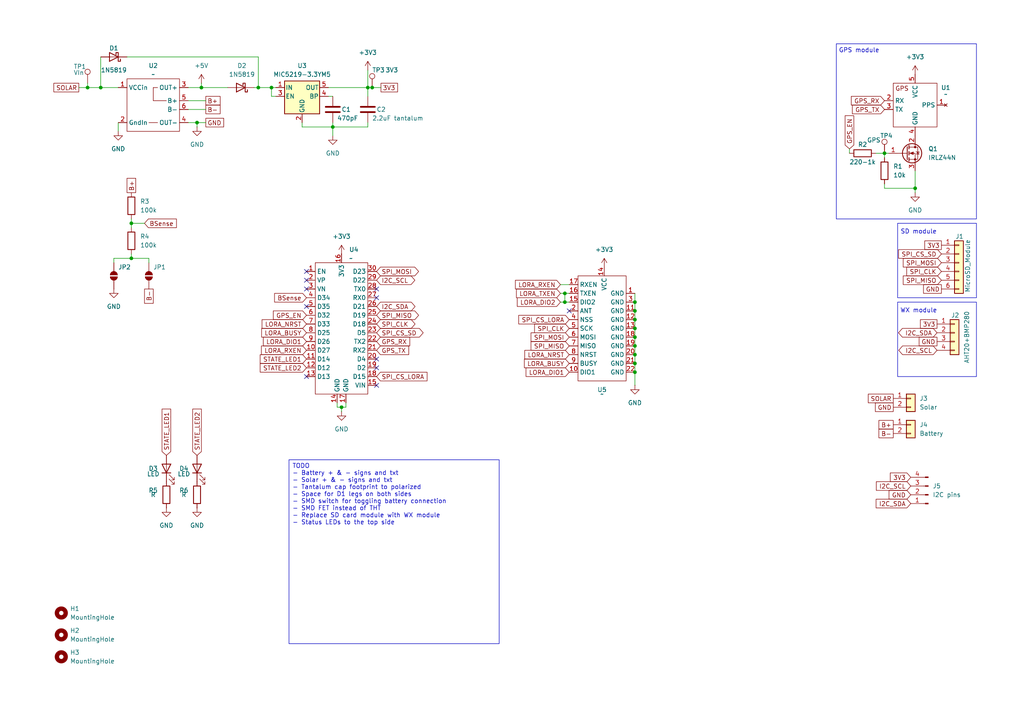
<source format=kicad_sch>
(kicad_sch (version 20231120) (generator "eeschema") (generator_version "8.0")
  (paper "A4")
  (lib_symbols
    (symbol "Connector:Conn_01x04_Pin" (pin_names (offset 1.016) hide)
      (property "Reference" "J" (at 0 5.08 0))
      (property "Value" "Conn_01x04_Pin" (at 0 -7.62 0))
      (symbol "Conn_01x04_Pin_1_1"
        (polyline (pts (xy 1.27 -5.08) (xy 0.8636 -5.08)) (stroke (width 0.1524)))
        (polyline (pts (xy 1.27 -2.54) (xy 0.8636 -2.54)) (stroke (width 0.1524)))
        (polyline (pts (xy 1.27 0) (xy 0.8636 0)) (stroke (width 0.1524)))
        (polyline (pts (xy 1.27 2.54) (xy 0.8636 2.54)) (stroke (width 0.1524)))
        (rectangle (start 0.8636 -4.953) (end 0 -5.207) (stroke (width 0.1524)) (fill (type outline)))
        (rectangle (start 0.8636 -2.413) (end 0 -2.667) (stroke (width 0.1524)) (fill (type outline)))
        (rectangle (start 0.8636 0.127) (end 0 -0.127) (stroke (width 0.1524)) (fill (type outline)))
        (rectangle (start 0.8636 2.667) (end 0 2.413) (stroke (width 0.1524)) (fill (type outline)))
        (pin passive line (at 5.08 2.54 180) (length 3.81) (name "Pin_1") (number "1"))
        (pin passive line (at 5.08 0 180) (length 3.81) (name "Pin_2") (number "2"))
        (pin passive line (at 5.08 -2.54 180) (length 3.81) (name "Pin_3") (number "3"))
        (pin passive line (at 5.08 -5.08 180) (length 3.81) (name "Pin_4") (number "4"))
      )
    )
    (symbol "Connector:TestPoint" (pin_numbers hide) (pin_names (offset 0.762) hide)
      (property "Reference" "TP" (at 0 6.858 0))
      (property "Value" "TestPoint" (at 0 5.08 0))
      (symbol "TestPoint_0_1"
        (circle (center 0 3.302) (radius 0.762))
      )
      (symbol "TestPoint_1_1"
        (pin passive line (at 0 0 90) (length 2.54) (name "1") (number "1"))
      )
    )
    (symbol "Connector_Generic:Conn_01x02" (pin_names (offset 1.016) hide)
      (property "Reference" "J" (at 0 2.54 0))
      (property "Value" "Conn_01x02" (at 0 -5.08 0))
      (symbol "Conn_01x02_1_1"
        (rectangle (start -1.27 -2.413) (end 0 -2.667) (stroke (width 0.1524)))
        (rectangle (start -1.27 0.127) (end 0 -0.127) (stroke (width 0.1524)))
        (rectangle (start -1.27 1.27) (end 1.27 -3.81) (stroke (width 0.254)) (fill (type background)))
        (pin passive line (at -5.08 0 0) (length 3.81) (name "Pin_1") (number "1"))
        (pin passive line (at -5.08 -2.54 0) (length 3.81) (name "Pin_2") (number "2"))
      )
    )
    (symbol "CustomSymbols:AHT20+BMP280" (pin_names (offset 1.016) hide)
      (property "Reference" "J" (at 0 6.35 0))
      (property "Value" "AHT20+BMP280" (at 3.048 0 90))
      (symbol "AHT20+BMP280_1_1"
        (rectangle (start -1.27 -3.683) (end 0 -3.937) (stroke (width 0.1524)))
        (rectangle (start -1.27 -1.143) (end 0 -1.397) (stroke (width 0.1524)))
        (rectangle (start -1.27 1.397) (end 0 1.143) (stroke (width 0.1524)))
        (rectangle (start -1.27 3.937) (end 0 3.683) (stroke (width 0.1524)))
        (rectangle (start -1.27 5.08) (end 1.27 -5.08) (stroke (width 0.254)) (fill (type background)))
        (pin passive line (at -5.08 3.81 0) (length 3.81) (name "Pin_1") (number "1"))
        (pin passive line (at -5.08 1.27 0) (length 3.81) (name "Pin_2") (number "2"))
        (pin passive line (at -5.08 -1.27 0) (length 3.81) (name "Pin_3") (number "3"))
        (pin passive line (at -5.08 -3.81 0) (length 3.81) (name "Pin_4") (number "4"))
      )
    )
    (symbol "CustomSymbols:EBYTE_900M22S"
      (property "Reference" "U" (at 0 0 0))
      (symbol "EBYTE_900M22S_0_1"
        (rectangle (start -7.62 10.16) (end 6.35 -20.32))
      )
      (symbol "EBYTE_900M22S_1_1"
        (pin passive line (at 8.89 5.08 180) (length 2.54) (name "GND") (number "1"))
        (pin passive line (at -10.16 -17.78 0) (length 2.54) (name "DIO1") (number "10"))
        (pin passive line (at 8.89 0 180) (length 2.54) (name "GND") (number "11"))
        (pin passive line (at 8.89 -2.54 180) (length 2.54) (name "GND") (number "12"))
        (pin passive line (at 8.89 -5.08 180) (length 2.54) (name "GND") (number "13"))
        (pin passive line (at 0 12.7 270) (length 2.54) (name "VCC") (number "14"))
        (pin passive line (at -10.16 2.54 0) (length 2.54) (name "DIO2") (number "15"))
        (pin passive line (at -10.16 5.08 0) (length 2.54) (name "TXEN") (number "16"))
        (pin passive line (at -10.16 7.62 0) (length 2.54) (name "RXEN") (number "17"))
        (pin passive line (at 8.89 -7.62 180) (length 2.54) (name "GND") (number "18"))
        (pin passive line (at 8.89 -10.16 180) (length 2.54) (name "GND") (number "19"))
        (pin passive line (at -10.16 0 0) (length 2.54) (name "ANT") (number "2"))
        (pin passive line (at 8.89 -12.7 180) (length 2.54) (name "GND") (number "20"))
        (pin passive line (at 8.89 -15.24 180) (length 2.54) (name "GND") (number "21"))
        (pin passive line (at 8.89 -17.78 180) (length 2.54) (name "GND") (number "22"))
        (pin passive line (at 8.89 2.54 180) (length 2.54) (name "GND") (number "3"))
        (pin passive line (at -10.16 -2.54 0) (length 2.54) (name "NSS") (number "4"))
        (pin passive line (at -10.16 -5.08 0) (length 2.54) (name "SCK") (number "5"))
        (pin passive line (at -10.16 -7.62 0) (length 2.54) (name "MOSI") (number "6"))
        (pin passive line (at -10.16 -10.16 0) (length 2.54) (name "MISO") (number "7"))
        (pin passive line (at -10.16 -12.7 0) (length 2.54) (name "NRST") (number "8"))
        (pin passive line (at -10.16 -15.24 0) (length 2.54) (name "BUSY") (number "9"))
      )
    )
    (symbol "CustomSymbols:GPS+BD5_module"
      (property "Reference" "U" (at 0 0 0))
      (symbol "GPS+BD5_module_0_1"
        (rectangle (start -6.35 6.35) (end 6.35 -6.35))
      )
      (symbol "GPS+BD5_module_1_1"
        (text "GPS" (at -3.81 4.826 0) (effects (font (size 1.27 1.27))))
        (pin no_connect line (at 8.89 0 180) (length 2.54) (name "PPS") (number "1"))
        (pin input line (at -8.89 1.27 0) (length 2.54) (name "RX") (number "2"))
        (pin output line (at -8.89 -1.27 0) (length 2.54) (name "TX") (number "3"))
        (pin power_out line (at 0 -8.89 90) (length 2.54) (name "GND") (number "4"))
        (pin power_in line (at 0 8.89 270) (length 2.54) (name "VCC") (number "5"))
      )
    )
    (symbol "CustomSymbols:MicroSD_Module" (pin_names (offset 1.016) hide)
      (property "Reference" "J" (at 0 7.62 0))
      (property "Value" "MicroSD_Module" (at 0 -10.16 0))
      (symbol "MicroSD_Module_1_1"
        (rectangle (start -1.27 -7.493) (end 0 -7.747) (stroke (width 0.1524)))
        (rectangle (start -1.27 -4.953) (end 0 -5.207) (stroke (width 0.1524)))
        (rectangle (start -1.27 -2.413) (end 0 -2.667) (stroke (width 0.1524)))
        (rectangle (start -1.27 0.127) (end 0 -0.127) (stroke (width 0.1524)))
        (rectangle (start -1.27 2.667) (end 0 2.413) (stroke (width 0.1524)))
        (rectangle (start -1.27 5.207) (end 0 4.953) (stroke (width 0.1524)))
        (rectangle (start -1.27 6.35) (end 1.27 -8.89) (stroke (width 0.254)) (fill (type background)))
        (pin passive line (at -5.08 5.08 0) (length 3.81) (name "Pin_1") (number "1"))
        (pin passive line (at -5.08 2.54 0) (length 3.81) (name "Pin_2") (number "2"))
        (pin passive line (at -5.08 0 0) (length 3.81) (name "Pin_3") (number "3"))
        (pin passive line (at -5.08 -2.54 0) (length 3.81) (name "Pin_4") (number "4"))
        (pin passive line (at -5.08 -5.08 0) (length 3.81) (name "Pin_5") (number "5"))
        (pin passive line (at -5.08 -7.62 0) (length 3.81) (name "Pin_6") (number "6"))
      )
    )
    (symbol "CustomSymbols:TP4056"
      (property "Reference" "U" (at 0 0 0))
      (symbol "TP4056_0_1"
        (rectangle (start -7.62 7.62) (end 7.62 -7.62))
        (polyline (pts (xy 0 5.08) (xy 1.27 5.08)))
        (polyline (pts (xy 1.27 -5.08) (xy -1.27 -5.08)))
        (polyline (pts (xy 0 5.08) (xy 0 1.27) (xy 3.81 1.27)))
      )
      (symbol "TP4056_1_1"
        (pin passive line (at -10.16 5.08 0) (length 2.54) (name "VCCin") (number "1"))
        (pin passive line (at -10.16 -5.08 0) (length 2.54) (name "GndIn") (number "2"))
        (pin passive line (at 10.16 5.08 180) (length 2.54) (name "OUT+") (number "3"))
        (pin passive line (at 10.16 -5.08 180) (length 2.54) (name "OUT-") (number "4"))
        (pin passive line (at 10.16 1.27 180) (length 2.54) (name "B+") (number "5"))
        (pin passive line (at 10.16 -1.27 180) (length 2.54) (name "B-") (number "6"))
      )
    )
    (symbol "CustomSymbols:WROOM-32-Module"
      (property "Reference" "U" (at 0 0 0))
      (symbol "WROOM-32-Module_0_1"
        (rectangle (start -7.62 19.05) (end 7.62 -19.05))
      )
      (symbol "WROOM-32-Module_1_1"
        (pin passive line (at -10.16 16.51 0) (length 2.54) (name "EN") (number "1"))
        (pin passive line (at -10.16 -6.35 0) (length 2.54) (name "D27") (number "10"))
        (pin passive line (at -10.16 -8.89 0) (length 2.54) (name "D14") (number "11"))
        (pin passive line (at -10.16 -11.43 0) (length 2.54) (name "D12") (number "12"))
        (pin passive line (at -10.16 -13.97 0) (length 2.54) (name "D13") (number "13"))
        (pin passive line (at -1.27 -21.59 90) (length 2.54) (name "GND") (number "14"))
        (pin passive line (at 10.16 -16.51 180) (length 2.54) (name "VIN") (number "15"))
        (pin passive line (at 0 21.59 270) (length 2.54) (name "3V3") (number "16"))
        (pin passive line (at 1.27 -21.59 90) (length 2.54) (name "GND") (number "17"))
        (pin passive line (at 10.16 -13.97 180) (length 2.54) (name "D15") (number "18"))
        (pin passive line (at 10.16 -11.43 180) (length 2.54) (name "D2") (number "19"))
        (pin passive line (at -10.16 13.97 0) (length 2.54) (name "VP") (number "2"))
        (pin passive line (at 10.16 -8.89 180) (length 2.54) (name "D4") (number "20"))
        (pin passive line (at 10.16 -6.35 180) (length 2.54) (name "RX2") (number "21"))
        (pin passive line (at 10.16 -3.81 180) (length 2.54) (name "TX2") (number "22"))
        (pin passive line (at 10.16 -1.27 180) (length 2.54) (name "D5") (number "23"))
        (pin passive line (at 10.16 1.27 180) (length 2.54) (name "D18") (number "24"))
        (pin passive line (at 10.16 3.81 180) (length 2.54) (name "D19") (number "25"))
        (pin passive line (at 10.16 6.35 180) (length 2.54) (name "D21") (number "26"))
        (pin passive line (at 10.16 8.89 180) (length 2.54) (name "RX0") (number "27"))
        (pin passive line (at 10.16 11.43 180) (length 2.54) (name "TX0") (number "28"))
        (pin passive line (at 10.16 13.97 180) (length 2.54) (name "D22") (number "29"))
        (pin passive line (at -10.16 11.43 0) (length 2.54) (name "VN") (number "3"))
        (pin passive line (at 10.16 16.51 180) (length 2.54) (name "D23") (number "30"))
        (pin passive line (at -10.16 8.89 0) (length 2.54) (name "D34") (number "4"))
        (pin passive line (at -10.16 6.35 0) (length 2.54) (name "D35") (number "5"))
        (pin passive line (at -10.16 3.81 0) (length 2.54) (name "D32") (number "6"))
        (pin passive line (at -10.16 1.27 0) (length 2.54) (name "D33") (number "7"))
        (pin passive line (at -10.16 -1.27 0) (length 2.54) (name "D25") (number "8"))
        (pin passive line (at -10.16 -3.81 0) (length 2.54) (name "D26") (number "9"))
      )
    )
    (symbol "Device:C" (pin_numbers hide) (pin_names (offset 0.254))
      (property "Reference" "C" (at 0.635 2.54 0))
      (property "Value" "C" (at 0.635 -2.54 0))
      (symbol "C_0_1"
        (polyline (pts (xy -2.032 -0.762) (xy 2.032 -0.762)) (stroke (width 0.508)))
        (polyline (pts (xy -2.032 0.762) (xy 2.032 0.762)) (stroke (width 0.508)))
      )
      (symbol "C_1_1"
        (pin passive line (at 0 3.81 270) (length 2.794) (name "~") (number "1"))
        (pin passive line (at 0 -3.81 90) (length 2.794) (name "~") (number "2"))
      )
    )
    (symbol "Device:LED" (pin_numbers hide) (pin_names (offset 1.016) hide)
      (property "Reference" "D" (at 0 2.54 0))
      (property "Value" "LED" (at 0 -2.54 0))
      (symbol "LED_0_1"
        (polyline (pts (xy -1.27 -1.27) (xy -1.27 1.27)) (stroke (width 0.254)))
        (polyline (pts (xy -1.27 0) (xy 1.27 0)))
        (polyline (pts (xy 1.27 -1.27) (xy 1.27 1.27) (xy -1.27 0) (xy 1.27 -1.27)) (stroke (width 0.254)))
        (polyline (pts (xy -3.048 -0.762) (xy -4.572 -2.286) (xy -3.81 -2.286) (xy -4.572 -2.286) (xy -4.572 -1.524)))
        (polyline (pts (xy -1.778 -0.762) (xy -3.302 -2.286) (xy -2.54 -2.286) (xy -3.302 -2.286) (xy -3.302 -1.524)))
      )
      (symbol "LED_1_1"
        (pin passive line (at -3.81 0 0) (length 2.54) (name "K") (number "1"))
        (pin passive line (at 3.81 0 180) (length 2.54) (name "A") (number "2"))
      )
    )
    (symbol "Device:R" (pin_numbers hide) (pin_names (offset 0))
      (property "Reference" "R" (at 2.032 0 90))
      (property "Value" "R" (at 0 0 90))
      (symbol "R_0_1"
        (rectangle (start -1.016 -2.54) (end 1.016 2.54) (stroke (width 0.254)))
      )
      (symbol "R_1_1"
        (pin passive line (at 0 3.81 270) (length 1.27) (name "~") (number "1"))
        (pin passive line (at 0 -3.81 90) (length 1.27) (name "~") (number "2"))
      )
    )
    (symbol "Diode:1N5819" (pin_numbers hide) (pin_names (offset 1.016) hide)
      (property "Reference" "D" (at 0 2.54 0))
      (property "Value" "1N5819" (at 0 -2.54 0))
      (symbol "1N5819_0_1"
        (polyline (pts (xy 1.27 0) (xy -1.27 0)))
        (polyline (pts (xy 1.27 1.27) (xy 1.27 -1.27) (xy -1.27 0) (xy 1.27 1.27)) (stroke (width 0.254)))
        (polyline (pts (xy -1.905 0.635) (xy -1.905 1.27) (xy -1.27 1.27) (xy -1.27 -1.27) (xy -0.635 -1.27) (xy -0.635 -0.635)) (stroke (width 0.254)))
      )
      (symbol "1N5819_1_1"
        (pin passive line (at -3.81 0 0) (length 2.54) (name "K") (number "1"))
        (pin passive line (at 3.81 0 180) (length 2.54) (name "A") (number "2"))
      )
    )
    (symbol "Jumper:SolderJumper_2_Open" (pin_numbers hide) (pin_names (offset 0) hide) (exclude_from_sim yes) (in_bom no)
      (property "Reference" "JP" (at 0 2.032 0))
      (property "Value" "SolderJumper_2_Open" (at 0 -2.54 0))
      (symbol "SolderJumper_2_Open_0_1"
        (arc (start -0.254 1.016) (mid -1.2656 0) (end -0.254 -1.016))
        (arc (start -0.254 1.016) (mid -1.2656 0) (end -0.254 -1.016) (fill (type outline)))
        (polyline (pts (xy -0.254 1.016) (xy -0.254 -1.016)))
        (polyline (pts (xy 0.254 1.016) (xy 0.254 -1.016)))
        (arc (start 0.254 -1.016) (mid 1.2656 0) (end 0.254 1.016))
        (arc (start 0.254 -1.016) (mid 1.2656 0) (end 0.254 1.016) (fill (type outline)))
      )
      (symbol "SolderJumper_2_Open_1_1"
        (pin passive line (at -3.81 0 0) (length 2.54) (name "A") (number "1"))
        (pin passive line (at 3.81 0 180) (length 2.54) (name "B") (number "2"))
      )
    )
    (symbol "Mechanical:MountingHole" (pin_names (offset 1.016)) (exclude_from_sim yes) (in_bom no)
      (property "Reference" "H" (at 0 5.08 0))
      (property "Value" "MountingHole" (at 0 3.175 0))
      (symbol "MountingHole_0_1"
        (circle (center 0 0) (radius 1.27) (stroke (width 1.27)))
      )
    )
    (symbol "Regulator_Linear:MIC5219-3.3YM5" (pin_names (offset 0.254))
      (property "Reference" "U" (at -3.81 5.715 0))
      (property "Value" "MIC5219-3.3YM5" (at 0 5.715 0))
      (symbol "MIC5219-3.3YM5_0_1"
        (rectangle (start -5.08 4.445) (end 5.08 -5.08) (stroke (width 0.254)) (fill (type background)))
      )
      (symbol "MIC5219-3.3YM5_1_1"
        (pin power_in line (at -7.62 2.54 0) (length 2.54) (name "IN") (number "1"))
        (pin power_in line (at 0 -7.62 90) (length 2.54) (name "GND") (number "2"))
        (pin input line (at -7.62 0 0) (length 2.54) (name "EN") (number "3"))
        (pin input line (at 7.62 0 180) (length 2.54) (name "BP") (number "4"))
        (pin power_out line (at 7.62 2.54 180) (length 2.54) (name "OUT") (number "5"))
      )
    )
    (symbol "Transistor_FET:IRLZ44N" (pin_names hide)
      (property "Reference" "Q" (at 5.08 1.905 0))
      (property "Value" "IRLZ44N" (at 5.08 0 0))
      (symbol "IRLZ44N_0_1"
        (polyline (pts (xy 0.254 0) (xy -2.54 0)))
        (polyline (pts (xy 0.254 1.905) (xy 0.254 -1.905)) (stroke (width 0.254)))
        (polyline (pts (xy 0.762 -1.27) (xy 0.762 -2.286)) (stroke (width 0.254)))
        (polyline (pts (xy 0.762 0.508) (xy 0.762 -0.508)) (stroke (width 0.254)))
        (polyline (pts (xy 0.762 2.286) (xy 0.762 1.27)) (stroke (width 0.254)))
        (polyline (pts (xy 2.54 2.54) (xy 2.54 1.778)))
        (polyline (pts (xy 2.54 -2.54) (xy 2.54 0) (xy 0.762 0)))
        (polyline (pts (xy 0.762 -1.778) (xy 3.302 -1.778) (xy 3.302 1.778) (xy 0.762 1.778)))
        (polyline (pts (xy 1.016 0) (xy 2.032 0.381) (xy 2.032 -0.381) (xy 1.016 0)) (fill (type outline)))
        (polyline (pts (xy 2.794 0.508) (xy 2.921 0.381) (xy 3.683 0.381) (xy 3.81 0.254)))
        (polyline (pts (xy 3.302 0.381) (xy 2.921 -0.254) (xy 3.683 -0.254) (xy 3.302 0.381)))
        (circle (center 1.651 0) (radius 2.794) (stroke (width 0.254)))
        (circle (center 2.54 -1.778) (radius 0.254) (fill (type outline)))
        (circle (center 2.54 1.778) (radius 0.254) (fill (type outline)))
      )
      (symbol "IRLZ44N_1_1"
        (pin input line (at -5.08 0 0) (length 2.54) (name "G") (number "1"))
        (pin passive line (at 2.54 5.08 270) (length 2.54) (name "D") (number "2"))
        (pin passive line (at 2.54 -5.08 90) (length 2.54) (name "S") (number "3"))
      )
    )
    (symbol "power:+3V3" (power) (pin_numbers hide) (pin_names (offset 0) hide)
      (property "Value" "+3V3" (at 0 3.556 0))
      (symbol "+3V3_0_1"
        (polyline (pts (xy -0.762 1.27) (xy 0 2.54)))
        (polyline (pts (xy 0 0) (xy 0 2.54)))
        (polyline (pts (xy 0 2.54) (xy 0.762 1.27)))
      )
      (symbol "+3V3_1_1"
        (pin power_in line (at 0 0 90) (length 0) (name "~") (number "1"))
      )
    )
    (symbol "power:+5V" (power) (pin_numbers hide) (pin_names (offset 0) hide)
      (property "Value" "+5V" (at 0 3.556 0))
      (symbol "+5V_0_1"
        (polyline (pts (xy -0.762 1.27) (xy 0 2.54)))
        (polyline (pts (xy 0 0) (xy 0 2.54)))
        (polyline (pts (xy 0 2.54) (xy 0.762 1.27)))
      )
      (symbol "+5V_1_1"
        (pin power_in line (at 0 0 90) (length 0) (name "~") (number "1"))
      )
    )
    (symbol "power:GND" (power) (pin_numbers hide) (pin_names (offset 0) hide)
      (property "Value" "GND" (at 0 -3.81 0))
      (symbol "GND_0_1"
        (polyline (pts (xy 0 0) (xy 0 -1.27) (xy 1.27 -1.27) (xy 0 -2.54) (xy -1.27 -1.27) (xy 0 -1.27)))
      )
      (symbol "GND_1_1"
        (pin power_in line (at 0 0 270) (length 0) (name "~") (number "1"))
      )
    )
  )
  (junction (at 184.15 87.63))
  (junction (at 38.1 74.93))
  (junction (at 184.15 105.41))
  (junction (at 38.1 64.77))
  (junction (at 58.42 25.4))
  (junction (at 184.15 92.71))
  (junction (at 78.74 25.4))
  (junction (at 74.93 25.4))
  (junction (at 256.54 44.45))
  (junction (at 29.21 25.4))
  (junction (at 184.15 107.95))
  (junction (at 96.52 36.83))
  (junction (at 57.15 35.56))
  (junction (at 99.06 118.11))
  (junction (at 106.68 25.4))
  (junction (at 107.95 25.4))
  (junction (at 184.15 95.25))
  (junction (at 25.4 25.4))
  (junction (at 163.83 85.09))
  (junction (at 184.15 100.33))
  (junction (at 184.15 90.17))
  (junction (at 265.43 54.61))
  (junction (at 184.15 97.79))
  (junction (at 184.15 102.87))
  (junction (at 163.83 87.63))
  (no_connect (at 88.9 83.82))
  (no_connect (at 88.9 88.9))
  (no_connect (at 88.9 109.22))
  (no_connect (at 109.22 111.76))
  (no_connect (at 109.22 86.36))
  (no_connect (at 88.9 78.74))
  (no_connect (at 109.22 104.14))
  (no_connect (at 165.1 90.17))
  (no_connect (at 109.22 106.68))
  (no_connect (at 88.9 81.28))
  (no_connect (at 109.22 83.82))
  (wire (pts (xy 107.95 25.4) (xy 110.49 25.4)))
  (wire (pts (xy 184.15 87.63) (xy 184.15 90.17)))
  (wire (pts (xy 54.61 29.21) (xy 59.69 29.21)))
  (wire (pts (xy 184.15 92.71) (xy 184.15 95.25)))
  (wire (pts (xy 184.15 95.25) (xy 184.15 97.79)))
  (wire (pts (xy 106.68 36.83) (xy 106.68 35.56)))
  (wire (pts (xy 163.83 87.63) (xy 165.1 87.63)))
  (wire (pts (xy 163.83 85.09) (xy 163.83 87.63)))
  (wire (pts (xy 54.61 25.4) (xy 58.42 25.4)))
  (wire (pts (xy 184.15 100.33) (xy 184.15 102.87)))
  (wire (pts (xy 184.15 102.87) (xy 184.15 105.41)))
  (wire (pts (xy 25.4 24.13) (xy 25.4 25.4)))
  (wire (pts (xy 184.15 105.41) (xy 184.15 107.95)))
  (wire (pts (xy 73.66 25.4) (xy 74.93 25.4)))
  (wire (pts (xy 256.54 54.61) (xy 265.43 54.61)))
  (wire (pts (xy 106.68 25.4) (xy 107.95 25.4)))
  (wire (pts (xy 184.15 97.79) (xy 184.15 100.33)))
  (wire (pts (xy 95.25 25.4) (xy 106.68 25.4)))
  (wire (pts (xy 38.1 64.77) (xy 41.91 64.77)))
  (wire (pts (xy 29.21 16.51) (xy 29.21 25.4)))
  (wire (pts (xy 256.54 45.72) (xy 256.54 44.45)))
  (wire (pts (xy 59.69 35.56) (xy 57.15 35.56)))
  (wire (pts (xy 38.1 74.93) (xy 33.02 74.93)))
  (wire (pts (xy 184.15 107.95) (xy 184.15 111.76)))
  (wire (pts (xy 33.02 74.93) (xy 33.02 76.2)))
  (wire (pts (xy 162.56 82.55) (xy 165.1 82.55)))
  (wire (pts (xy 38.1 66.04) (xy 38.1 64.77)))
  (wire (pts (xy 99.06 118.11) (xy 99.06 119.38)))
  (wire (pts (xy 43.18 74.93) (xy 43.18 76.2)))
  (wire (pts (xy 96.52 27.94) (xy 95.25 27.94)))
  (wire (pts (xy 54.61 35.56) (xy 57.15 35.56)))
  (wire (pts (xy 265.43 49.53) (xy 265.43 54.61)))
  (wire (pts (xy 99.06 118.11) (xy 100.33 118.11)))
  (wire (pts (xy 74.93 25.4) (xy 78.74 25.4)))
  (wire (pts (xy 256.54 53.34) (xy 256.54 54.61)))
  (wire (pts (xy 97.79 116.84) (xy 97.79 118.11)))
  (wire (pts (xy 106.68 25.4) (xy 106.68 27.94)))
  (wire (pts (xy 184.15 90.17) (xy 184.15 92.71)))
  (wire (pts (xy 38.1 73.66) (xy 38.1 74.93)))
  (wire (pts (xy 74.93 16.51) (xy 74.93 25.4)))
  (wire (pts (xy 78.74 27.94) (xy 78.74 25.4)))
  (wire (pts (xy 25.4 25.4) (xy 29.21 25.4)))
  (wire (pts (xy 265.43 54.61) (xy 265.43 55.88)))
  (wire (pts (xy 256.54 44.45) (xy 257.81 44.45)))
  (wire (pts (xy 162.56 87.63) (xy 163.83 87.63)))
  (wire (pts (xy 34.29 35.56) (xy 34.29 38.1)))
  (wire (pts (xy 100.33 116.84) (xy 100.33 118.11)))
  (wire (pts (xy 58.42 25.4) (xy 58.42 24.13)))
  (wire (pts (xy 57.15 35.56) (xy 57.15 36.83)))
  (wire (pts (xy 22.86 25.4) (xy 25.4 25.4)))
  (wire (pts (xy 38.1 64.77) (xy 38.1 63.5)))
  (wire (pts (xy 58.42 25.4) (xy 66.04 25.4)))
  (wire (pts (xy 29.21 25.4) (xy 34.29 25.4)))
  (wire (pts (xy 78.74 25.4) (xy 80.01 25.4)))
  (wire (pts (xy 163.83 85.09) (xy 165.1 85.09)))
  (wire (pts (xy 254 44.45) (xy 256.54 44.45)))
  (wire (pts (xy 80.01 27.94) (xy 78.74 27.94)))
  (wire (pts (xy 36.83 16.51) (xy 74.93 16.51)))
  (wire (pts (xy 246.38 43.18) (xy 246.38 44.45)))
  (wire (pts (xy 184.15 85.09) (xy 184.15 87.63)))
  (wire (pts (xy 54.61 31.75) (xy 59.69 31.75)))
  (wire (pts (xy 87.63 35.56) (xy 87.63 36.83)))
  (wire (pts (xy 106.68 20.32) (xy 106.68 25.4)))
  (wire (pts (xy 97.79 118.11) (xy 99.06 118.11)))
  (wire (pts (xy 96.52 36.83) (xy 106.68 36.83)))
  (wire (pts (xy 38.1 74.93) (xy 43.18 74.93)))
  (wire (pts (xy 87.63 36.83) (xy 96.52 36.83)))
  (wire (pts (xy 96.52 36.83) (xy 96.52 39.37)))
  (wire (pts (xy 162.56 85.09) (xy 163.83 85.09)))
  (wire (pts (xy 96.52 36.83) (xy 96.52 35.56)))
  (rectangle (start 260.35 87.63) (end 283.21 109.22))
  (rectangle (start 260.35 64.77) (end 283.21 86.36))
  (rectangle (start 242.57 12.7) (end 283.21 63.5))
  (text_box "TODO\n- Battery + & - signs and txt\n- Solar + & - signs and txt\n- Tantalum cap footprint to polarized\n- Space for D1 legs on both sides\n- SMD switch for toggling battery connection\n- SMD FET instead of THT\n- Replace SD card module with WX module\n- Status LEDs to the top side" (at 83.82 133.35 0) (size 60.96 53.34) (effects (font (size 1.27 1.27)) (justify left top)))
  (text "WX module" (at 266.446 90.17 0) (effects (font (size 1.27 1.27))))
  (text "SD module" (at 266.446 67.31 0) (effects (font (size 1.27 1.27))))
  (text "GPS module" (at 249.174 14.732 0) (effects (font (size 1.27 1.27))))
  (global_label "SPI_MOSI" (shape input) (at 273.05 76.2 180) (property "Intersheetrefs" "${INTERSHEET_REFS}" (effects (hide yes))))
  (global_label "GND" (shape passive) (at 59.69 35.56 0) (property "Intersheetrefs" "${INTERSHEET_REFS}" (effects (hide yes))))
  (global_label "SPI_CS_LORA" (shape input) (at 109.22 109.22 0) (property "Intersheetrefs" "${INTERSHEET_REFS}" (effects (hide yes))))
  (global_label "LORA_TXEN" (shape input) (at 162.56 85.09 180) (property "Intersheetrefs" "${INTERSHEET_REFS}" (effects (hide yes))))
  (global_label "LORA_DIO1" (shape input) (at 165.1 107.95 180) (property "Intersheetrefs" "${INTERSHEET_REFS}" (effects (hide yes))))
  (global_label "SPI_CS_SD" (shape input) (at 273.05 73.66 180) (property "Intersheetrefs" "${INTERSHEET_REFS}" (effects (hide yes))))
  (global_label "STATE_LED1" (shape input) (at 48.26 132.08 90) (property "Intersheetrefs" "${INTERSHEET_REFS}" (effects (hide yes))))
  (global_label "I2C_SCL" (shape input) (at 264.16 140.97 180) (property "Intersheetrefs" "${INTERSHEET_REFS}" (effects (hide yes))))
  (global_label "LORA_BUSY" (shape input) (at 88.9 96.52 180) (property "Intersheetrefs" "${INTERSHEET_REFS}" (effects (hide yes))))
  (global_label "SOLAR" (shape passive) (at 259.08 115.57 180) (property "Intersheetrefs" "${INTERSHEET_REFS}" (effects (hide yes))))
  (global_label "SOLAR" (shape passive) (at 22.86 25.4 180) (property "Intersheetrefs" "${INTERSHEET_REFS}" (effects (hide yes))))
  (global_label "3V3" (shape passive) (at 273.05 71.12 180) (property "Intersheetrefs" "${INTERSHEET_REFS}" (effects (hide yes))))
  (global_label "SPI_CLK" (shape bidirectional) (at 109.22 93.98 0) (property "Intersheetrefs" "${INTERSHEET_REFS}" (effects (hide yes))))
  (global_label "LORA_RXEN" (shape input) (at 162.56 82.55 180) (property "Intersheetrefs" "${INTERSHEET_REFS}" (effects (hide yes))))
  (global_label "GND" (shape passive) (at 259.08 118.11 180) (property "Intersheetrefs" "${INTERSHEET_REFS}" (effects (hide yes))))
  (global_label "SPI_CLK" (shape input) (at 165.1 95.25 180) (property "Intersheetrefs" "${INTERSHEET_REFS}" (effects (hide yes))))
  (global_label "SPI_CLK" (shape input) (at 273.05 78.74 180) (property "Intersheetrefs" "${INTERSHEET_REFS}" (effects (hide yes))))
  (global_label "GPS_EN" (shape input) (at 88.9 91.44 180) (property "Intersheetrefs" "${INTERSHEET_REFS}" (effects (hide yes))))
  (global_label "B-" (shape passive) (at 43.18 83.82 270) (property "Intersheetrefs" "${INTERSHEET_REFS}" (effects (hide yes))))
  (global_label "LORA_NRST" (shape input) (at 88.9 93.98 180) (property "Intersheetrefs" "${INTERSHEET_REFS}" (effects (hide yes))))
  (global_label "GPS_EN" (shape input) (at 246.38 43.18 90) (property "Intersheetrefs" "${INTERSHEET_REFS}" (effects (hide yes))))
  (global_label "GND" (shape passive) (at 271.78 99.06 180) (property "Intersheetrefs" "${INTERSHEET_REFS}" (effects (hide yes))))
  (global_label "LORA_DIO2" (shape input) (at 162.56 87.63 180) (property "Intersheetrefs" "${INTERSHEET_REFS}" (effects (hide yes))))
  (global_label "GND" (shape input) (at 264.16 143.51 180) (property "Intersheetrefs" "${INTERSHEET_REFS}" (effects (hide yes))))
  (global_label "B+" (shape passive) (at 259.08 123.19 180) (property "Intersheetrefs" "${INTERSHEET_REFS}" (effects (hide yes))))
  (global_label "GPS_TX" (shape input) (at 109.22 101.6 0) (property "Intersheetrefs" "${INTERSHEET_REFS}" (effects (hide yes))))
  (global_label "STATE_LED1" (shape input) (at 88.9 104.14 180) (property "Intersheetrefs" "${INTERSHEET_REFS}" (effects (hide yes))))
  (global_label "STATE_LED2" (shape input) (at 57.15 132.08 90) (property "Intersheetrefs" "${INTERSHEET_REFS}" (effects (hide yes))))
  (global_label "LORA_DIO1" (shape input) (at 88.9 99.06 180) (property "Intersheetrefs" "${INTERSHEET_REFS}" (effects (hide yes))))
  (global_label "SPI_MOSI" (shape bidirectional) (at 109.22 78.74 0) (property "Intersheetrefs" "${INTERSHEET_REFS}" (effects (hide yes))))
  (global_label "I2C_SCL" (shape bidirectional) (at 271.78 101.6 180) (property "Intersheetrefs" "${INTERSHEET_REFS}" (effects (hide yes))))
  (global_label "B-" (shape passive) (at 59.69 31.75 0) (property "Intersheetrefs" "${INTERSHEET_REFS}" (effects (hide yes))))
  (global_label "GPS_TX" (shape input) (at 256.54 31.75 180) (property "Intersheetrefs" "${INTERSHEET_REFS}" (effects (hide yes))))
  (global_label "SPI_MISO" (shape input) (at 273.05 81.28 180) (property "Intersheetrefs" "${INTERSHEET_REFS}" (effects (hide yes))))
  (global_label "3V3" (shape input) (at 264.16 138.43 180) (property "Intersheetrefs" "${INTERSHEET_REFS}" (effects (hide yes))))
  (global_label "GND" (shape passive) (at 273.05 83.82 180) (property "Intersheetrefs" "${INTERSHEET_REFS}" (effects (hide yes))))
  (global_label "I2C_SDA" (shape bidirectional) (at 271.78 96.52 180) (property "Intersheetrefs" "${INTERSHEET_REFS}" (effects (hide yes))))
  (global_label "SPI_MISO" (shape input) (at 165.1 100.33 180) (property "Intersheetrefs" "${INTERSHEET_REFS}" (effects (hide yes))))
  (global_label "STATE_LED2" (shape input) (at 88.9 106.68 180) (property "Intersheetrefs" "${INTERSHEET_REFS}" (effects (hide yes))))
  (global_label "BSense" (shape input) (at 41.91 64.77 0) (property "Intersheetrefs" "${INTERSHEET_REFS}" (effects (hide yes))))
  (global_label "I2C_SDA" (shape bidirectional) (at 109.22 88.9 0) (property "Intersheetrefs" "${INTERSHEET_REFS}" (effects (hide yes))))
  (global_label "GPS_RX" (shape input) (at 109.22 99.06 0) (property "Intersheetrefs" "${INTERSHEET_REFS}" (effects (hide yes))))
  (global_label "I2C_SDA" (shape input) (at 264.16 146.05 180) (property "Intersheetrefs" "${INTERSHEET_REFS}" (effects (hide yes))))
  (global_label "SPI_CS_SD" (shape bidirectional) (at 109.22 96.52 0) (property "Intersheetrefs" "${INTERSHEET_REFS}" (effects (hide yes))))
  (global_label "SPI_MISO" (shape bidirectional) (at 109.22 91.44 0) (property "Intersheetrefs" "${INTERSHEET_REFS}" (effects (hide yes))))
  (global_label "LORA_BUSY" (shape input) (at 165.1 105.41 180) (property "Intersheetrefs" "${INTERSHEET_REFS}" (effects (hide yes))))
  (global_label "3V3" (shape passive) (at 110.49 25.4 0) (property "Intersheetrefs" "${INTERSHEET_REFS}" (effects (hide yes))))
  (global_label "SPI_MOSI" (shape input) (at 165.1 97.79 180) (property "Intersheetrefs" "${INTERSHEET_REFS}" (effects (hide yes))))
  (global_label "I2C_SCL" (shape bidirectional) (at 109.22 81.28 0) (property "Intersheetrefs" "${INTERSHEET_REFS}" (effects (hide yes))))
  (global_label "LORA_RXEN" (shape input) (at 88.9 101.6 180) (property "Intersheetrefs" "${INTERSHEET_REFS}" (effects (hide yes))))
  (global_label "B+" (shape passive) (at 59.69 29.21 0) (property "Intersheetrefs" "${INTERSHEET_REFS}" (effects (hide yes))))
  (global_label "SPI_CS_LORA" (shape input) (at 165.1 92.71 180) (property "Intersheetrefs" "${INTERSHEET_REFS}" (effects (hide yes))))
  (global_label "GPS_RX" (shape input) (at 256.54 29.21 180) (property "Intersheetrefs" "${INTERSHEET_REFS}" (effects (hide yes))))
  (global_label "3V3" (shape passive) (at 271.78 93.98 180) (property "Intersheetrefs" "${INTERSHEET_REFS}" (effects (hide yes))))
  (global_label "B+" (shape passive) (at 38.1 55.88 90) (property "Intersheetrefs" "${INTERSHEET_REFS}" (effects (hide yes))))
  (global_label "LORA_NRST" (shape input) (at 165.1 102.87 180) (property "Intersheetrefs" "${INTERSHEET_REFS}" (effects (hide yes))))
  (global_label "BSense" (shape input) (at 88.9 86.36 180) (property "Intersheetrefs" "${INTERSHEET_REFS}" (effects (hide yes))))
  (global_label "B-" (shape passive) (at 259.08 125.73 180) (property "Intersheetrefs" "${INTERSHEET_REFS}" (effects (hide yes))))
  (symbol (lib_id "Device:C") (at 106.68 31.75 0) (unit 1)
    (property "Reference" "C2" (at 109.22 31.75 0) (effects (justify left)))
    (property "Value" "2.2uF tantalum" (at 107.95 34.29 0) (effects (justify left)))
    (property "Footprint" "Capacitor_SMD:C_1206_3216Metric_Pad1.33x1.80mm_HandSolder" (effects (hide yes)))
    (property "Description" "Unpolarized capacitor" (effects (hide yes)))
  )
  (symbol (lib_id "CustomSymbols:EBYTE_900M22S") (at 175.26 90.17 0) (unit 1)
    (property "Reference" "U5" (at 174.625 113.03 0))
    (property "Value" "~" (at 174.625 114.3 0))
    (property "Footprint" "CustomFootprints:EBYTE_900M22S" (effects (hide yes)))
  )
  (symbol (lib_id "CustomSymbols:GPS+BD5_module") (at 265.43 30.48 0) (unit 1)
    (property "Reference" "U1" (at 274.32 25.4314 0))
    (property "Value" "~" (at 274.32 27.3365 0))
    (property "Footprint" "CustomFootprints:GPS_Module" (effects (hide yes)))
  )
  (symbol (lib_id "Device:R") (at 48.26 143.51 180) (unit 1)
    (property "Reference" "R5" (at 44.45 142.24 0))
    (property "Value" "R" (at 44.45 143.51 0))
    (property "Footprint" "Resistor_SMD:R_0603_1608Metric_Pad0.98x0.95mm_HandSolder" (effects (hide yes)))
    (property "Description" "Resistor" (effects (hide yes)))
  )
  (symbol (lib_id "CustomSymbols:AHT20+BMP280") (at 276.86 97.79 0) (unit 1)
    (property "Reference" "J2" (at 275.844 91.44 0) (effects (justify left)))
    (property "Value" "AHT20+BMP280" (at 280.416 105.41 90) (effects (justify left)))
    (property "Footprint" "CustomFootprints:AHT20+BMP280" (effects (hide yes)))
    (property "Description" "AHT20+BMP280" (effects (hide yes)))
  )
  (symbol (lib_id "Mechanical:MountingHole") (at 17.78 184.15 0) (unit 1) (exclude_from_sim yes) (in_bom no)
    (property "Reference" "H2" (at 20.32 182.8799 0) (effects (justify left)))
    (property "Value" "MountingHole" (at 20.32 185.4199 0) (effects (justify left)))
    (property "Footprint" "MountingHole:MountingHole_3mm" (effects (hide yes)))
    (property "Description" "Mounting Hole without connection" (effects (hide yes)))
  )
  (symbol (lib_id "Connector:TestPoint") (at 25.4 24.13 0) (unit 1)
    (property "Reference" "TP1" (at 21.336 19.304 0) (effects (justify left)))
    (property "Value" "VIn" (at 21.336 21.082 0) (effects (justify left)))
    (property "Footprint" "TestPoint:TestPoint_Plated_Hole_D2.0mm" (effects (hide yes)))
    (property "Description" "test point" (effects (hide yes)))
  )
  (symbol (lib_id "CustomSymbols:WROOM-32-Module") (at 99.06 95.25 0) (unit 1)
    (property "Reference" "U4" (at 101.2541 72.39 0) (effects (justify left)))
    (property "Value" "~" (at 101.2541 74.93 0) (effects (justify left)))
    (property "Footprint" "CustomFootprints:WROOM32_Module" (effects (hide yes)))
  )
  (symbol (lib_id "Device:LED") (at 48.26 135.89 90) (unit 1)
    (property "Reference" "D3" (at 44.45 135.89 90))
    (property "Value" "LED" (at 44.45 137.4775 90))
    (property "Footprint" "LED_SMD:LED_0603_1608Metric_Pad1.05x0.95mm_HandSolder" (effects (hide yes)))
    (property "Description" "Light emitting diode" (effects (hide yes)))
  )
  (symbol (lib_id "Jumper:SolderJumper_2_Open") (at 33.02 80.01 90) (unit 1) (exclude_from_sim yes) (in_bom no)
    (property "Reference" "JP2" (at 34.29 77.47 90) (effects (justify right)))
    (property "Value" "SolderJumper_2_Open" (effects (hide yes)))
    (property "Footprint" "Jumper:SolderJumper-2_P1.3mm_Open_RoundedPad1.0x1.5mm" (effects (hide yes)))
    (property "Description" "Solder Jumper, 2-pole, open" (effects (hide yes)))
  )
  (symbol (lib_id "Device:R") (at 38.1 69.85 180) (unit 1)
    (property "Reference" "R4" (at 40.64 68.5799 0) (effects (justify right)))
    (property "Value" "100k" (at 40.64 71.1199 0) (effects (justify right)))
    (property "Footprint" "Resistor_SMD:R_0603_1608Metric" (effects (hide yes)))
    (property "Description" "Resistor" (effects (hide yes)))
  )
  (symbol (lib_id "power:+3V3") (at 106.68 20.32 0) (unit 1)
    (property "Reference" "#PWR05" (effects (hide yes)))
    (property "Value" "+3V3" (at 106.68 15.24 0))
    (property "Description" "Power symbol creates a global label with name \"+3V3\"" (effects (hide yes)))
  )
  (symbol (lib_id "power:GND") (at 99.06 119.38 0) (unit 1)
    (property "Reference" "#PWR09" (effects (hide yes)))
    (property "Value" "GND" (at 99.06 124.46 0))
    (property "Description" "Power symbol creates a global label with name \"GND\" , ground" (effects (hide yes)))
  )
  (symbol (lib_id "Connector_Generic:Conn_01x02") (at 264.16 115.57 0) (unit 1)
    (property "Reference" "J3" (at 266.7 115.5699 0) (effects (justify left)))
    (property "Value" "Solar" (at 266.7 118.1099 0) (effects (justify left)))
    (property "Footprint" "Connector_PinHeader_2.54mm:PinHeader_1x02_P2.54mm_Vertical" (effects (hide yes)))
    (property "Description" "Generic connector, single row, 01x02, script generated (kicad-library-utils/schlib/autogen/connector/)" (effects (hide yes)))
  )
  (symbol (lib_id "Device:C") (at 96.52 31.75 0) (unit 1)
    (property "Reference" "C1" (at 99.06 31.75 0) (effects (justify left)))
    (property "Value" "470pF" (at 97.79 34.29 0) (effects (justify left)))
    (property "Footprint" "Capacitor_SMD:C_1206_3216Metric_Pad1.33x1.80mm_HandSolder" (effects (hide yes)))
    (property "Description" "Unpolarized capacitor" (effects (hide yes)))
  )
  (symbol (lib_id "Device:R") (at 38.1 59.69 180) (unit 1)
    (property "Reference" "R3" (at 40.64 58.4199 0) (effects (justify right)))
    (property "Value" "100k" (at 40.64 60.9599 0) (effects (justify right)))
    (property "Footprint" "Resistor_SMD:R_0603_1608Metric" (effects (hide yes)))
    (property "Description" "Resistor" (effects (hide yes)))
  )
  (symbol (lib_id "power:GND") (at 265.43 55.88 0) (unit 1)
    (property "Reference" "#PWR01" (effects (hide yes)))
    (property "Value" "GND" (at 265.43 60.96 0))
    (property "Description" "Power symbol creates a global label with name \"GND\" , ground" (effects (hide yes)))
  )
  (symbol (lib_id "Diode:1N5819") (at 33.02 16.51 180) (unit 1)
    (property "Reference" "D1" (at 33.02 13.97 0))
    (property "Value" "1N5819" (at 33.02 20.32 0))
    (property "Footprint" "Diode_THT:D_DO-41_SOD81_P10.16mm_Horizontal" (effects (hide yes)))
    (property "Datasheet" "http://www.vishay.com/docs/88525/1n5817.pdf" (effects (hide yes)))
    (property "Description" "40V 1A Schottky Barrier Rectifier Diode, DO-41" (effects (hide yes)))
  )
  (symbol (lib_id "power:+3V3") (at 175.26 77.47 0) (unit 1)
    (property "Reference" "#PWR011" (effects (hide yes)))
    (property "Value" "+3V3" (at 175.26 72.39 0))
    (property "Description" "Power symbol creates a global label with name \"+3V3\"" (effects (hide yes)))
  )
  (symbol (lib_id "CustomSymbols:TP4056") (at 44.45 30.48 0) (unit 1)
    (property "Reference" "U2" (at 44.45 19.05 0))
    (property "Value" "~" (at 44.45 21.59 0))
    (property "Footprint" "CustomFootprints:TP4056" (effects (hide yes)))
  )
  (symbol (lib_id "Connector:Conn_01x04_Pin") (at 269.24 143.51 180) (unit 1)
    (property "Reference" "J5" (at 270.51 140.9699 0) (effects (justify right)))
    (property "Value" "I2C pins" (at 270.51 143.5099 0) (effects (justify right)))
    (property "Footprint" "Connector_PinSocket_2.54mm:PinSocket_1x04_P2.54mm_Vertical" (effects (hide yes)))
    (property "Description" "Generic connector, single row, 01x04, script generated" (effects (hide yes)))
  )
  (symbol (lib_id "power:GND") (at 34.29 38.1 0) (unit 1)
    (property "Reference" "#PWR04" (effects (hide yes)))
    (property "Value" "GND" (at 34.29 43.18 0))
    (property "Description" "Power symbol creates a global label with name \"GND\" , ground" (effects (hide yes)))
  )
  (symbol (lib_id "Device:R") (at 57.15 143.51 180) (unit 1)
    (property "Reference" "R6" (at 53.34 142.24 0))
    (property "Value" "R" (at 53.34 143.51 0))
    (property "Footprint" "Resistor_SMD:R_0603_1608Metric_Pad0.98x0.95mm_HandSolder" (effects (hide yes)))
    (property "Description" "Resistor" (effects (hide yes)))
  )
  (symbol (lib_id "Jumper:SolderJumper_2_Open") (at 43.18 80.01 270) (unit 1) (exclude_from_sim yes) (in_bom no)
    (property "Reference" "JP1" (at 44.45 77.47 90) (effects (justify left)))
    (property "Value" "SolderJumper_2_Open" (effects (hide yes)))
    (property "Footprint" "Jumper:SolderJumper-2_P1.3mm_Open_RoundedPad1.0x1.5mm" (effects (hide yes)))
    (property "Description" "Solder Jumper, 2-pole, open" (effects (hide yes)))
  )
  (symbol (lib_id "Regulator_Linear:MIC5219-3.3YM5") (at 87.63 27.94 0) (unit 1)
    (property "Reference" "U3" (at 87.63 19.05 0))
    (property "Value" "MIC5219-3.3YM5" (at 87.63 21.59 0))
    (property "Footprint" "Package_TO_SOT_SMD:SOT-23-5" (effects (hide yes)))
    (property "Datasheet" "http://ww1.microchip.com/downloads/en/DeviceDoc/MIC5219-500mA-Peak-Output-LDO-Regulator-DS20006021A.pdf" (effects (hide yes)))
    (property "Description" "500mA low dropout linear regulator, fixed 3.3V output, SOT-23-5" (effects (hide yes)))
  )
  (symbol (lib_id "Connector:TestPoint") (at 107.95 25.4 0) (unit 1)
    (property "Reference" "TP3" (at 107.95 20.32 0) (effects (justify left)))
    (property "Value" "3V3" (at 111.76 20.32 0) (effects (justify left)))
    (property "Footprint" "TestPoint:TestPoint_Plated_Hole_D2.0mm" (effects (hide yes)))
    (property "Description" "test point" (effects (hide yes)))
  )
  (symbol (lib_id "CustomSymbols:MicroSD_Module") (at 278.13 76.2 0) (unit 1)
    (property "Reference" "J1" (at 277.114 68.58 0) (effects (justify left)))
    (property "Value" "MicroSD_Module" (at 280.67 84.836 90) (effects (justify left)))
    (property "Footprint" "CustomFootprints:MicroSD_Module" (effects (hide yes)))
    (property "Description" "Generic connector, single row, 01x06, script generated (kicad-library-utils/schlib/autogen/connector/)" (effects (hide yes)))
  )
  (symbol (lib_id "power:GND") (at 57.15 36.83 0) (unit 1)
    (property "Reference" "#PWR06" (effects (hide yes)))
    (property "Value" "GND" (at 57.15 41.91 0))
    (property "Description" "Power symbol creates a global label with name \"GND\" , ground" (effects (hide yes)))
  )
  (symbol (lib_id "power:GND") (at 33.02 83.82 0) (unit 1)
    (property "Reference" "#PWR012" (effects (hide yes)))
    (property "Value" "GND" (at 33.02 88.9 0))
    (property "Description" "Power symbol creates a global label with name \"GND\" , ground" (effects (hide yes)))
  )
  (symbol (lib_id "Diode:1N5819") (at 69.85 25.4 180) (unit 1)
    (property "Reference" "D2" (at 70.1675 19.05 0))
    (property "Value" "1N5819" (at 70.1675 21.59 0))
    (property "Footprint" "Diode_THT:D_DO-41_SOD81_P10.16mm_Horizontal" (effects (hide yes)))
    (property "Datasheet" "http://www.vishay.com/docs/88525/1n5817.pdf" (effects (hide yes)))
    (property "Description" "40V 1A Schottky Barrier Rectifier Diode, DO-41" (effects (hide yes)))
  )
  (symbol (lib_id "power:+5V") (at 58.42 24.13 0) (unit 1)
    (property "Reference" "#PWR03" (effects (hide yes)))
    (property "Value" "+5V" (at 58.42 19.05 0))
    (property "Description" "Power symbol creates a global label with name \"+5V\"" (effects (hide yes)))
  )
  (symbol (lib_id "power:+3V3") (at 99.06 73.66 0) (unit 1)
    (property "Reference" "#PWR08" (effects (hide yes)))
    (property "Value" "+3V3" (at 99.06 68.58 0))
    (property "Description" "Power symbol creates a global label with name \"+3V3\"" (effects (hide yes)))
  )
  (symbol (lib_id "power:GND") (at 48.26 147.32 0) (unit 1)
    (property "Reference" "#PWR013" (effects (hide yes)))
    (property "Value" "GND" (at 48.26 152.4 0))
    (property "Description" "Power symbol creates a global label with name \"GND\" , ground" (effects (hide yes)))
  )
  (symbol (lib_id "Connector_Generic:Conn_01x02") (at 264.16 123.19 0) (unit 1)
    (property "Reference" "J4" (at 266.7 123.1899 0) (effects (justify left)))
    (property "Value" "Battery" (at 266.7 125.7299 0) (effects (justify left)))
    (property "Footprint" "Connector_PinHeader_2.54mm:PinHeader_1x02_P2.54mm_Vertical" (effects (hide yes)))
    (property "Description" "Generic connector, single row, 01x02, script generated (kicad-library-utils/schlib/autogen/connector/)" (effects (hide yes)))
  )
  (symbol (lib_id "Device:R") (at 256.54 49.53 0) (unit 1)
    (property "Reference" "R1" (at 259.08 48.2599 0) (effects (justify left)))
    (property "Value" "10k" (at 259.08 50.7999 0) (effects (justify left)))
    (property "Footprint" "Resistor_SMD:R_0603_1608Metric" (effects (hide yes)))
    (property "Description" "Resistor" (effects (hide yes)))
  )
  (symbol (lib_id "power:+3V3") (at 265.43 21.59 0) (unit 1)
    (property "Reference" "#PWR02" (effects (hide yes)))
    (property "Value" "+3V3" (at 265.43 16.51 0))
    (property "Description" "Power symbol creates a global label with name \"+3V3\"" (effects (hide yes)))
  )
  (symbol (lib_id "Mechanical:MountingHole") (at 17.78 190.5 0) (unit 1) (exclude_from_sim yes) (in_bom no)
    (property "Reference" "H3" (at 20.32 189.2299 0) (effects (justify left)))
    (property "Value" "MountingHole" (at 20.32 191.7699 0) (effects (justify left)))
    (property "Footprint" "MountingHole:MountingHole_3mm" (effects (hide yes)))
    (property "Description" "Mounting Hole without connection" (effects (hide yes)))
  )
  (symbol (lib_id "Device:R") (at 250.19 44.45 90) (unit 1)
    (property "Reference" "R2" (at 250.19 41.91 90))
    (property "Value" "220-1k" (at 250.19 46.99 90))
    (property "Footprint" "Resistor_SMD:R_0603_1608Metric" (effects (hide yes)))
    (property "Description" "Resistor" (effects (hide yes)))
  )
  (symbol (lib_id "Connector:TestPoint") (at 256.54 44.45 0) (unit 1)
    (property "Reference" "TP4" (at 255.27 39.37 0) (effects (justify left)))
    (property "Value" "GPS" (at 251.46 40.64 0) (effects (justify left)))
    (property "Footprint" "TestPoint:TestPoint_Plated_Hole_D2.0mm" (effects (hide yes)))
    (property "Description" "test point" (effects (hide yes)))
  )
  (symbol (lib_id "Mechanical:MountingHole") (at 17.78 177.8 0) (unit 1) (exclude_from_sim yes) (in_bom no)
    (property "Reference" "H1" (at 20.32 176.5299 0) (effects (justify left)))
    (property "Value" "MountingHole" (at 20.32 179.0699 0) (effects (justify left)))
    (property "Footprint" "MountingHole:MountingHole_3mm" (effects (hide yes)))
    (property "Description" "Mounting Hole without connection" (effects (hide yes)))
  )
  (symbol (lib_id "power:GND") (at 184.15 111.76 0) (unit 1)
    (property "Reference" "#PWR010" (effects (hide yes)))
    (property "Value" "GND" (at 184.15 116.84 0))
    (property "Description" "Power symbol creates a global label with name \"GND\" , ground" (effects (hide yes)))
  )
  (symbol (lib_id "power:GND") (at 96.52 39.37 0) (unit 1)
    (property "Reference" "#PWR07" (effects (hide yes)))
    (property "Value" "GND" (at 96.52 44.45 0))
    (property "Description" "Power symbol creates a global label with name \"GND\" , ground" (effects (hide yes)))
  )
  (symbol (lib_id "Transistor_FET:IRLZ44N") (at 262.89 44.45 0) (unit 1)
    (property "Reference" "Q1" (at 269.24 43.1799 0) (effects (justify left)))
    (property "Value" "IRLZ44N" (at 269.24 45.7199 0) (effects (justify left)))
    (property "Footprint" "Package_TO_SOT_THT:TO-220-3_Vertical" (effects (hide yes)))
    (property "Datasheet" "http://www.irf.com/product-info/datasheets/data/irlz44n.pdf" (effects (hide yes)))
    (property "Description" "47A Id, 55V Vds, 22mOhm Rds Single N-Channel HEXFET Power MOSFET, TO-220AB" (effects (hide yes)))
  )
  (symbol (lib_id "Device:LED") (at 57.15 135.89 90) (unit 1)
    (property "Reference" "D4" (at 53.34 135.89 90))
    (property "Value" "LED" (at 53.34 137.4775 90))
    (property "Footprint" "LED_SMD:LED_0603_1608Metric_Pad1.05x0.95mm_HandSolder" (effects (hide yes)))
    (property "Description" "Light emitting diode" (effects (hide yes)))
  )
  (symbol (lib_id "power:GND") (at 57.15 147.32 0) (unit 1)
    (property "Reference" "#PWR014" (effects (hide yes)))
    (property "Value" "GND" (at 57.15 152.4 0))
    (property "Description" "Power symbol creates a global label with name \"GND\" , ground" (effects (hide yes)))
  )
)
</source>
